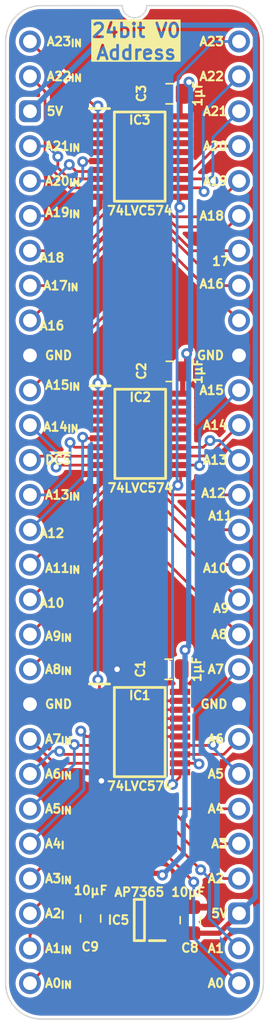
<source format=kicad_pcb>
(kicad_pcb (version 20221018) (generator pcbnew)
  (title_block (title "Address Buffer 24bit") (date "2024-02-01") (rev "V0"))
  (layers (0 "F.Cu" signal) (31 "B.Cu" signal) (34 "B.Paste" user) (35 "F.Paste" user) (36 "B.SilkS" user "B.Silkscreen") (37 "F.SilkS" user "F.Silkscreen") (38 "B.Mask" user) (39 "F.Mask" user) (44 "Edge.Cuts" user))
  (net 0 "")
  (net 1 "/5V")
  (net 2 "/GND")
  (net 3 "/3.3V")
  (net 5 "/~{OE}")
  (net 6 "/C0")
  (net 7 "/C1")
  (net 8 "/C2")
  (net 9 "/C3")
  (net 10 "/C4")
  (net 11 "/C5")
  (net 12 "/C6")
  (net 13 "/C7")
  (net 14 "/CLK")
  (net 15 "/VA7")
  (net 16 "/VA6")
  (net 17 "/VA5")
  (net 18 "/VA4")
  (net 19 "/VA3")
  (net 20 "/VA2")
  (net 21 "/VA1")
  (net 22 "/VA0")
  (net 23 "/C8")
  (net 24 "/C9")
  (net 25 "/C10")
  (net 26 "/C11")
  (net 27 "/C12")
  (net 28 "/C13")
  (net 29 "/C14")
  (net 30 "/C15")
  (net 31 "/VA15")
  (net 32 "/VA14")
  (net 33 "/VA13")
  (net 34 "/VA12")
  (net 35 "/VA11")
  (net 36 "/VA10")
  (net 37 "/VA9")
  (net 38 "/VA8")
  (net 39 "/C16")
  (net 40 "/C17")
  (net 41 "/C18")
  (net 42 "/C19")
  (net 43 "/C20")
  (net 44 "/VA20")
  (net 45 "/VA19")
  (net 46 "/VA18")
  (net 47 "/VA17")
  (net 48 "/VA16")
  (net 49 "/C23")
  (net 50 "/C22")
  (net 51 "/C21")
  (net 52 "/VA21")
  (net 53 "/VA22")
  (net 54 "/VA23")
  (footprint "SamacSys_Parts:SOP65P640X110-20N" (layer "F.Cu") (at 96.901 108.712)
    (fp_text reference "IC1")
    (fp_text value "74LVC574APW,118" hide)
  )
  (footprint "SamacSys_Parts:C_0805" (layer "F.Cu") (at 99.096 62.23 90)
    (fp_text reference "C3")
    (fp_text value "1μF")
  )
  (footprint "SamacSys_Parts:C_0805" (layer "F.Cu") (at 99.1048 82.4444 90)
    (fp_text reference "C2")
    (fp_text value "1μF")
  )
  (footprint "SamacSys_Parts:SOP65P640X110-20N" (layer "F.Cu") (at 96.94 86.995)
    (fp_text reference "IC2")
    (fp_text value "74LVC574APW,118" hide)
  )
  (footprint "SamacSys_Parts:C_0805" (layer "F.Cu") (at 99.021 104.14 90)
    (fp_text reference "C1")
    (fp_text value "1μF")
  )
  (footprint "SamacSys_Parts:C_0805" (layer "F.Cu") (at 93.3196 122.2756 180)
    (fp_text reference "C9")
    (fp_text value "10µF")
  )
  (footprint "SamacSys_Parts:C_0805" (layer "F.Cu") (at 100.584 122.428)
    (fp_text reference "C8")
    (fp_text value "10µF")
  )
  (footprint "SamacSys_Parts:SOP65P640X110-20N" (layer "F.Cu") (at 96.901 66.802)
    (fp_text reference "IC3")
    (fp_text value "74LVC574APW,118" hide)
  )
  (footprint "SamacSys_Parts:DIP-56_Board_W15.24mm" (layer "F.Cu") (at 88.9 58.42)
    (fp_text reference "J2" hide)
    (fp_text value "Conn_02x28_Counter_Clockwise" hide)
    (fp_line (start -1.778 68.58) (end -1.778 0) (stroke (width 0.1)) (layer "Edge.Cuts"))
    (fp_line (start 6.731 -2.6162) (end 0.835732 -2.613732) (stroke (width 0.1)) (layer "Edge.Cuts"))
    (fp_line (start 14.404267 -2.613733) (end 8.509 -2.6162) (stroke (width 0.1)) (layer "Edge.Cuts"))
    (fp_line (start 14.404268 71.193732) (end 0.835733 71.193733) (stroke (width 0.1)) (layer "Edge.Cuts"))
    (fp_line (start 17.018 68.58) (end 17.017999 -0.000001) (stroke (width 0.1)) (layer "Edge.Cuts"))
    (fp_arc (start -1.778 0) (mid -1.012456 -1.848188) (end 0.835732 -2.613732) (stroke (width 0.1)) (layer "Edge.Cuts"))
    (fp_arc (start 0.835733 71.193733) (mid -1.012457 70.42819) (end -1.778 68.58) (stroke (width 0.1)) (layer "Edge.Cuts"))
    (fp_arc (start 8.509 -2.6162) (mid 7.62 -1.7272) (end 6.731 -2.6162) (stroke (width 0.1)) (layer "Edge.Cuts"))
    (fp_arc (start 14.404267 -2.613733) (mid 16.25245 -1.848186) (end 17.017999 -0.000001) (stroke (width 0.1)) (layer "Edge.Cuts"))
    (fp_arc (start 17.018 68.58) (mid 16.252456 70.428187) (end 14.404268 71.193732) (stroke (width 0.1)) (layer "Edge.Cuts"))
  )
  (footprint "SamacSys_Parts:SOT95P285X130-5N" (layer "F.Cu") (at 96.8756 122.4026 180)
    (fp_text reference "IC5")
    (fp_text value "AP7365-33WG-7" hide)
  )
  (gr_text "GND" (at 89.916 106.68) (layer "F.SilkS") (effects (font (size 0.635 0.635)) (justify left)))
  (gr_text "A14_{IN}" (at 89.789 86.487) (layer "F.SilkS") (effects (font (size 0.635 0.635)) (justify left)))
  (gr_text "GND" (at 103.124 81.28) (layer "F.SilkS") (effects (font (size 0.635 0.635)) (justify right)))
  (gr_text "A21" (at 103.378 63.5) (layer "F.SilkS") (effects (font (size 0.635 0.635)) (justify right)))
  (gr_text "A11" (at 103.759 92.964) (layer "F.SilkS") (effects (font (size 0.635 0.635)) (justify right)))
  (gr_text "5V" (at 90.043 63.5) (layer "F.SilkS") (effects (font (size 0.635 0.635)) (justify left)))
  (gr_text "A8" (at 103.378 101.6) (layer "F.SilkS") (effects (font (size 0.635 0.635)) (justify right)))
  (gr_text "A17_{IN}" (at 89.789 76.2) (layer "F.SilkS") (effects (font (size 0.635 0.635)) (justify left)))
  (gr_text "A19" (at 103.378 68.58) (layer "F.SilkS") (effects (font (size 0.635 0.635)) (justify right)))
  (gr_text "A10" (at 103.378 96.774) (layer "F.SilkS") (effects (font (size 0.635 0.635)) (justify right)))
  (gr_text "A22" (at 103.124 60.96) (layer "F.SilkS") (effects (font (size 0.635 0.635)) (justify right)))
  (gr_text "A3" (at 103.378 116.84) (layer "F.SilkS") (effects (font (size 0.635 0.635)) (justify right)))
  (gr_text "A4_{I}" (at 89.916 116.84) (layer "F.SilkS") (effects (font (size 0.635 0.635)) (justify left)))
  (gr_text "A5" (at 103.124 111.76) (layer "F.SilkS") (effects (font (size 0.635 0.635)) (justify right)))
  (gr_text "A9" (at 103.505 99.695) (layer "F.SilkS") (effects (font (size 0.635 0.635)) (justify right)))
  (gr_text "A6_{IN}" (at 89.916 111.76) (layer "F.SilkS") (effects (font (size 0.635 0.635)) (justify left)))
  (gr_text "A13_{IN}" (at 89.916 91.44) (layer "F.SilkS") (effects (font (size 0.635 0.635)) (justify left)))
  (gr_text "A14" (at 103.378 86.36) (layer "F.SilkS") (effects (font (size 0.635 0.635)) (justify right)))
  (gr_text "A10" (at 89.535 99.314) (layer "F.SilkS") (effects (font (size 0.635 0.635)) (justify left)))
  (gr_text "A23" (at 103.124 58.42) (layer "F.SilkS") (effects (font (size 0.635 0.635)) (justify right)))
  (gr_text "A20" (at 103.378 66.04) (layer "F.SilkS") (effects (font (size 0.635 0.635)) (justify right)))
  (gr_text "A22_{IN}" (at 90.043 60.96) (layer "F.SilkS") (effects (font (size 0.635 0.635)) (justify left)))
  (gr_text "A11_{IN}" (at 89.916 96.774) (layer "F.SilkS") (effects (font (size 0.635 0.635)) (justify left)))
  (gr_text "A16" (at 103.124 76.073) (layer "F.SilkS") (effects (font (size 0.635 0.635)) (justify right)))
  (gr_text "A4" (at 103.124 114.3) (layer "F.SilkS") (effects (font (size 0.635 0.635)) (justify right)))
  (gr_text "A2" (at 103.124 119.38) (layer "F.SilkS") (effects (font (size 0.635 0.635)) (justify right)))
  (gr_text "A5_{IN}" (at 89.916 114.3) (layer "F.SilkS") (effects (font (size 0.635 0.635)) (justify left)))
  (gr_text "A15" (at 103.124 83.82) (layer "F.SilkS") (effects (font (size 0.635 0.635)) (justify right)))
  (gr_text "A18" (at 89.535 74.168) (layer "F.SilkS") (effects (font (size 0.635 0.635)) (justify left)))
  (gr_text "A1" (at 103.124 124.46) (layer "F.SilkS") (effects (font (size 0.635 0.635)) (justify right)))
  (gr_text "A7_{IN}" (at 89.916 109.22) (layer "F.SilkS") (effects (font (size 0.635 0.635)) (justify left)))
  (gr_text "A1_{IN}" (at 89.916 124.46) (layer "F.SilkS") (effects (font (size 0.635 0.635)) (justify left)))
  (gr_text "A8_{IN}" (at 89.916 104.14) (layer "F.SilkS") (effects (font (size 0.635 0.635)) (justify left)))
  (gr_text "A16" (at 89.535 79.121) (layer "F.SilkS") (effects (font (size 0.635 0.635)) (justify left)))
  (gr_text "A13" (at 103.378 88.9) (layer "F.SilkS") (effects (font (size 0.635 0.635)) (justify right)))
  (gr_text "A12" (at 103.251 91.313) (layer "F.SilkS") (effects (font (size 0.635 0.635)) (justify right)))
  (gr_text "5V" (at 103.378 121.92) (layer "F.SilkS") (effects (font (size 0.635 0.635)) (justify right)))
  (gr_text "D~{CS}" (at 89.916 88.9) (layer "F.SilkS") (effects (font (size 0.635 0.635)) (justify left)))
  (gr_text "17" (at 103.505 74.422) (layer "F.SilkS") (effects (font (size 0.635 0.635)) (justify right)))
  (gr_text "A19_{IN}" (at 89.916 70.866) (layer "F.SilkS") (effects (font (size 0.635 0.635)) (justify left)))
  (gr_text "A20_{IN}" (at 89.916 68.58) (layer "F.SilkS") (effects (font (size 0.635 0.635)) (justify left)))
  (gr_text "A18" (at 103.124 71.12) (layer "F.SilkS") (effects (font (size 0.635 0.635)) (justify right)))
  (gr_text "GND" (at 89.916 81.28) (layer "F.SilkS") (effects (font (size 0.635 0.635)) (justify left)))
  (gr_text "A12" (at 89.535 94.234) (layer "F.SilkS") (effects (font (size 0.635 0.635)) (justify left)))
  (gr_text "A0_{IN}" (at 89.916 127) (layer "F.SilkS") (effects (font (size 0.635 0.635)) (justify left)))
  (gr_text "A2_{I}" (at 89.916 121.92) (layer "F.SilkS") (effects (font (size 0.635 0.635)) (justify left)))
  (gr_text "24bit V0\nAddress" (at 96.647 59.817) (layer "F.SilkS" knockout) (effects (font (size 1 1) (thickness 0.2) bold) (justify bottom)))
  (gr_text "A3_{IN}" (at 89.916 119.38) (layer "F.SilkS") (effects (font (size 0.635 0.635)) (justify left)))
  (gr_text "A15_{IN}" (at 89.916 83.439) (layer "F.SilkS") (effects (font (size 0.635 0.635)) (justify left)))
  (gr_text "A9_{IN}" (at 89.916 101.727) (layer "F.SilkS") (effects (font (size 0.635 0.635)) (justify left)))
  (gr_text "A23_{IN}" (at 90.043 58.42) (layer "F.SilkS") (effects (font (size 0.635 0.635)) (justify left)))
  (gr_text "A7" (at 103.124 104.14) (layer "F.SilkS") (effects (font (size 0.635 0.635)) (justify right)))
  (gr_text "A21_{IN}" (at 89.916 66.04) (layer "F.SilkS") (effects (font (size 0.635 0.635)) (justify left)))
  (gr_text "GND" (at 103.378 106.68) (layer "F.SilkS") (effects (font (size 0.635 0.635)) (justify right)))
  (gr_text "A6" (at 103.124 109.22) (layer "F.SilkS") (effects (font (size 0.635 0.635)) (justify right)))
  (gr_text "A0" (at 103.124 127) (layer "F.SilkS") (effects (font (size 0.635 0.635)) (justify right)))
  (segment (start 99.1406 121.4626) (end 99.1406 122.555) (width 0.38) (layer "F.Cu") (net 1))
  (segment (start 99.1306 123.3526) (end 98.1756 123.3526) (width 0.38) (layer "F.Cu") (net 1))
  (segment (start 99.1406 123.3426) (end 99.1306 123.3526) (width 0.38) (layer "F.Cu") (net 1))
  (segment (start 100.584 123.362) (end 102.698 123.362) (width 0.38) (layer "F.Cu") (net 1))
  (segment (start 99.1406 122.555) (end 99.777 122.555) (width 0.38) (layer "F.Cu") (net 1))
  (segment (start 98.1756 121.4526) (end 99.1306 121.4526) (width 0.38) (layer "F.Cu") (net 1))
  (segment (start 99.1306 121.4526) (end 99.1406 121.4626) (width 0.38) (layer "F.Cu") (net 1))
  (segment (start 102.698 123.362) (end 104.14 121.92) (width 0.38) (layer "F.Cu") (net 1))
  (segment (start 99.777 122.555) (end 100.584 123.362) (width 0.38) (layer "F.Cu") (net 1))
  (segment (start 99.1406 122.555) (end 99.1406 123.3426) (width 0.38) (layer "F.Cu") (net 1))
  (segment (start 104.728 57.23) (end 95.17 57.23) (width 0.38) (layer "B.Cu") (net 1))
  (segment (start 105.33 57.832) (end 104.728 57.23) (width 0.38) (layer "B.Cu") (net 1))
  (segment (start 105.33 120.73) (end 105.33 57.832) (width 0.38) (layer "B.Cu") (net 1))
  (segment (start 104.14 121.92) (end 105.33 120.73) (width 0.38) (layer "B.Cu") (net 1))
  (segment (start 95.17 57.23) (end 88.9 63.5) (width 0.38) (layer "B.Cu") (net 1))
  (segment (start 97.236 122.4026) (end 97.2106 122.428) (width 0.38) (layer "F.Cu") (net 2))
  (segment (start 99.8846 120.7626) (end 97.2106 120.7626) (width 0.38) (layer "F.Cu") (net 2))
  (segment (start 94.157 124.079) (end 93.3196 123.2416) (width 0.38) (layer "F.Cu") (net 2))
  (segment (start 93.963 111.637) (end 93.963 112.123998) (width 0.38) (layer "F.Cu") (net 2))
  (segment (start 97.2106 120.7626) (end 97.2106 122.428) (width 0.38) (layer "F.Cu") (net 2))
  (segment (start 93.963 112.123998) (end 94.107002 112.268) (width 0.38) (layer "F.Cu") (net 2))
  (segment (start 97.2106 122.428) (end 97.2106 123.3726) (width 0.38) (layer "F.Cu") (net 2))
  (segment (start 100.584 121.462) (end 99.8846 120.7626) (width 0.38) (layer "F.Cu") (net 2))
  (segment (start 98.055 104.14) (end 95.25 104.14) (width 0.38) (layer "F.Cu") (net 2))
  (segment (start 96.5042 124.079) (end 94.157 124.079) (width 0.38) (layer "F.Cu") (net 2))
  (segment (start 98.1756 122.4026) (end 97.236 122.4026) (width 0.38) (layer "F.Cu") (net 2))
  (segment (start 97.2106 123.3726) (end 96.5042 124.079) (width 0.38) (layer "F.Cu") (net 2))
  (via (at 95.25 104.14) (size 0.8) (drill 0.4) (layers "F.Cu" "B.Cu") (net 2))
  (via (at 94.107002 112.268) (size 0.8) (drill 0.4) (layers "F.Cu" "B.Cu") (net 2))
  (segment (start 95.25 104.14) (end 95.25 111.125002) (width 0.38) (layer "B.Cu") (net 2))
  (segment (start 95.25 111.125002) (end 94.107002 112.268) (width 0.38) (layer "B.Cu") (net 2))
  (segment (start 99.955 105.671) (end 99.839 105.787) (width 0.38) (layer "F.Cu") (net 3))
  (segment (start 99.839 63.877) (end 99.839 62.421) (width 0.38) (layer "F.Cu") (net 3))
  (segment (start 100.03 62.23) (end 100.491518 61.768482) (width 0.38) (layer "F.Cu") (net 3))
  (segment (start 98.425 118.999) (end 98.552 119.126) (width 0.38) (layer "F.Cu") (net 3))
  (segment (start 93.5646 121.3416) (end 95.5756 123.3526) (width 0.38) (layer "F.Cu") (net 3))
  (segment (start 100.491518 61.768482) (end 100.491518 61.375518) (width 0.38) (layer "F.Cu") (net 3))
  (segment (start 100.203 102.743) (end 100.203 103.892) (width 0.38) (layer "F.Cu") (net 3))
  (segment (start 100.322006 82.161194) (end 100.322006 81.153) (width 0.38) (layer "F.Cu") (net 3))
  (segment (start 99.878 84.07) (end 100.0388 83.9092) (width 0.38) (layer "F.Cu") (net 3))
  (segment (start 99.955 104.14) (end 99.955 105.671) (width 0.38) (layer "F.Cu") (net 3))
  (segment (start 100.0388 83.9092) (end 100.0388 82.4444) (width 0.38) (layer "F.Cu") (net 3))
  (segment (start 93.4154 121.3416) (end 95.758 118.999) (width 0.38) (layer "F.Cu") (net 3))
  (segment (start 95.758 118.999) (end 98.425 118.999) (width 0.38) (layer "F.Cu") (net 3))
  (via (at 100.203 102.743) (size 0.8) (drill 0.4) (layers "F.Cu" "B.Cu") (net 3))
  (via (at 100.322006 81.153) (size 0.8) (drill 0.4) (layers "F.Cu" "B.Cu") (net 3))
  (via (at 98.552 119.126) (size 0.8) (drill 0.4) (layers "F.Cu" "B.Cu") (net 3))
  (via (at 100.491518 61.375518) (size 0.8) (drill 0.4) (layers "F.Cu" "B.Cu") (net 3))
  (segment (start 100.612 80.863006) (end 100.322006 81.153) (width 0.38) (layer "B.Cu") (net 3))
  (segment (start 98.552 119.126) (end 100.076 117.602) (width 0.38) (layer "B.Cu") (net 3))
  (segment (start 100.203 102.743) (end 100.47001 102.47599) (width 0.38) (layer "B.Cu") (net 3))
  (segment (start 100.47001 81.301004) (end 100.322006 81.153) (width 0.38) (layer "B.Cu") (net 3))
  (segment (start 100.203 114.808) (end 100.203 102.743) (width 0.38) (layer "B.Cu") (net 3))
  (segment (start 100.076 114.935) (end 100.203 114.808) (width 0.38) (layer "B.Cu") (net 3))
  (segment (start 100.47001 102.47599) (end 100.47001 81.301004) (width 0.38) (layer "B.Cu") (net 3))
  (segment (start 100.076 117.602) (end 100.076 114.935) (width 0.38) (layer "B.Cu") (net 3))
  (segment (start 100.612 61.496) (end 100.612 80.863006) (width 0.38) (layer "B.Cu") (net 3))
  (segment (start 100.491518 61.375518) (end 100.612 61.496) (width 0.38) (layer "B.Cu") (net 3))
  (segment (start 93.853 63.119) (end 93.853 63.767) (width 0.2) (layer "F.Cu") (net 5))
  (segment (start 93.963 105.012) (end 93.853 104.902) (width 0.2) (layer "F.Cu") (net 5))
  (segment (start 93.853 83.312) (end 93.853 83.921) (width 0.2) (layer "F.Cu") (net 5))
  (segment (start 93.963 105.787) (end 93.963 105.012) (width 0.2) (layer "F.Cu") (net 5))
  (segment (start 93.853 63.119) (end 93.599 63.119) (width 0.2) (layer "F.Cu") (net 5))
  (segment (start 93.853 83.921) (end 94.002 84.07) (width 0.2) (layer "F.Cu") (net 5))
  (segment (start 93.599 63.119) (end 88.9 58.42) (width 0.2) (layer "F.Cu") (net 5))
  (via (at 93.853 63.119) (size 0.8) (drill 0.4) (layers "F.Cu" "B.Cu") (net 5))
  (via (at 93.853 104.902) (size 0.8) (drill 0.4) (layers "F.Cu" "B.Cu") (net 5))
  (via (at 93.853 83.312) (size 0.8) (drill 0.4) (layers "F.Cu" "B.Cu") (net 5))
  (segment (start 93.853 83.312) (end 93.853 63.119) (width 0.2) (layer "B.Cu") (net 5))
  (segment (start 93.853 104.902) (end 93.853 83.312) (width 0.2) (layer "B.Cu") (net 5))
  (segment (start 94.9005 106.437) (end 96.266 107.8025) (width 0.2) (layer "F.Cu") (net 6))
  (segment (start 96.266 116.84) (end 90 123.106) (width 0.2) (layer "F.Cu") (net 6))
  (segment (start 90 125.9) (end 88.9 127) (width 0.2) (layer "F.Cu") (net 6))
  (segment (start 96.266 107.8025) (end 96.266 116.84) (width 0.2) (layer "F.Cu") (net 6))
  (segment (start 90 123.106) (end 90 125.9) (width 0.2) (layer "F.Cu") (net 6))
  (segment (start 93.963 106.437) (end 94.9005 106.437) (width 0.2) (layer "F.Cu") (net 6))
  (segment (start 88.9 124.46) (end 88.9 123.475635) (width 0.2) (layer "F.Cu") (net 7))
  (segment (start 88.9 123.475635) (end 95.866 116.509635) (width 0.2) (layer "F.Cu") (net 7))
  (segment (start 95.866 108.136814) (end 95.0005 107.271314) (width 0.2) (layer "F.Cu") (net 7))
  (segment (start 95.0005 107.271314) (end 95.0005 107.187) (width 0.2) (layer "F.Cu") (net 7))
  (segment (start 94.9005 107.087) (end 93.963 107.087) (width 0.2) (layer "F.Cu") (net 7))
  (segment (start 95.866 116.509635) (end 95.866 108.136814) (width 0.2) (layer "F.Cu") (net 7))
  (segment (start 95.0005 107.187) (end 94.9005 107.087) (width 0.2) (layer "F.Cu") (net 7))
  (segment (start 95.466 108.3025) (end 95.466 115.354) (width 0.2) (layer "F.Cu") (net 8))
  (segment (start 93.963 107.737) (end 94.9005 107.737) (width 0.2) (layer "F.Cu") (net 8))
  (segment (start 94.9005 107.737) (end 95.466 108.3025) (width 0.2) (layer "F.Cu") (net 8))
  (segment (start 95.466 115.354) (end 88.9 121.92) (width 0.2) (layer "F.Cu") (net 8))
  (segment (start 94.9005 108.387) (end 95.0005 108.487) (width 0.2) (layer "F.Cu") (net 9))
  (segment (start 93.963 108.387) (end 94.9005 108.387) (width 0.2) (layer "F.Cu") (net 9))
  (segment (start 95.0005 108.487) (end 95.0005 113.2795) (width 0.2) (layer "F.Cu") (net 9))
  (segment (start 95.0005 113.2795) (end 88.9 119.38) (width 0.2) (layer "F.Cu") (net 9))
  (segment (start 93.001249 109.037) (end 92.603722 108.639473) (width 0.2) (layer "F.Cu") (net 10))
  (segment (start 93.963 109.037) (end 93.001249 109.037) (width 0.2) (layer "F.Cu") (net 10))
  (via (at 92.603722 108.639473) (size 0.8) (drill 0.4) (layers "F.Cu" "B.Cu") (net 10))
  (segment (start 88.9 116.84) (end 92.829 112.911) (width 0.2) (layer "B.Cu") (net 10))
  (segment (start 92.829 112.911) (end 92.829 108.864751) (width 0.2) (layer "B.Cu") (net 10))
  (segment (start 92.829 108.864751) (end 92.603722 108.639473) (width 0.2) (layer "B.Cu") (net 10))
  (segment (start 93.963 109.687) (end 92.189784 109.687) (width 0.2) (layer "F.Cu") (net 11))
  (segment (start 92.189784 109.687) (end 92.129008 109.626224) (width 0.2) (layer "F.Cu") (net 11))
  (via (at 92.129008 109.626224) (size 0.8) (drill 0.4) (layers "F.Cu" "B.Cu") (net 11))
  (segment (start 92.129008 111.070992) (end 92.129008 109.626224) (width 0.2) (layer "B.Cu") (net 11))
  (segment (start 88.9 114.3) (end 92.129008 111.070992) (width 0.2) (layer "B.Cu") (net 11))
  (segment (start 91.287 110.337) (end 91.059 110.109) (width 0.2) (layer "F.Cu") (net 12))
  (segment (start 93.963 110.337) (end 91.287 110.337) (width 0.2) (layer "F.Cu") (net 12))
  (via (at 91.059 110.109) (size 0.8) (drill 0.4) (layers "F.Cu" "B.Cu") (net 12))
  (segment (start 88.9 111.76) (end 90.551 110.109) (width 0.2) (layer "B.Cu") (net 12))
  (segment (start 90.551 110.109) (end 91.059 110.109) (width 0.2) (layer "B.Cu") (net 12))
  (segment (start 93.963 110.987) (end 90.667 110.987) (width 0.2) (layer "F.Cu") (net 13))
  (segment (start 90.667 110.987) (end 88.9 109.22) (width 0.2) (layer "F.Cu") (net 13))
  (segment (start 99.839 70.468) (end 99.822 70.485) (width 0.2) (layer "F.Cu") (net 14))
  (segment (start 99.878 89.92) (end 99.878 90.54201) (width 0.2) (layer "F.Cu") (net 14))
  (segment (start 99.839 111.637) (end 99.839 111.976873) (width 0.2) (layer "F.Cu") (net 14))
  (segment (start 99.878 90.54201) (end 99.68001 90.74) (width 0.2) (layer "F.Cu") (net 14))
  (segment (start 99.839 111.976873) (end 99.296748 112.519125) (width 0.2) (layer "F.Cu") (net 14))
  (segment (start 99.839 69.727) (end 99.839 70.468) (width 0.2) (layer "F.Cu") (net 14))
  (via (at 99.296748 112.519125) (size 0.8) (drill 0.4) (layers "F.Cu" "B.Cu") (net 14))
  (via (at 99.68001 90.74) (size 0.8) (drill 0.4) (layers "F.Cu" "B.Cu") (net 14))
  (via (at 99.822 70.485) (size 0.8) (drill 0.4) (layers "F.Cu" "B.Cu") (net 14))
  (segment (start 99.296748 91.123262) (end 99.68001 90.74) (width 0.2) (layer "B.Cu") (net 14))
  (segment (start 99.822 70.485) (end 99.622006 70.684994) (width 0.2) (layer "B.Cu") (net 14))
  (segment (start 102.282543 58.42) (end 99.694992 61.007551) (width 0.2) (layer "B.Cu") (net 14))
  (segment (start 99.694992 70.357992) (end 99.822 70.485) (width 0.2) (layer "B.Cu") (net 14))
  (segment (start 99.694992 61.007551) (end 99.694992 70.357992) (width 0.2) (layer "B.Cu") (net 14))
  (segment (start 99.622006 70.684994) (end 99.622006 90.681996) (width 0.2) (layer "B.Cu") (net 14))
  (segment (start 99.622006 90.681996) (end 99.68001 90.74) (width 0.2) (layer "B.Cu") (net 14))
  (segment (start 99.296748 112.519125) (end 99.296748 91.123262) (width 0.2) (layer "B.Cu") (net 14))
  (segment (start 104.14 58.42) (end 102.282543 58.42) (width 0.2) (layer "B.Cu") (net 14))
  (segment (start 101.168998 110.987) (end 101.219 111.037002) (width 0.2) (layer "F.Cu") (net 15))
  (segment (start 99.839 110.987) (end 101.168998 110.987) (width 0.2) (layer "F.Cu") (net 15))
  (via (at 101.219 111.037002) (size 0.8) (drill 0.4) (layers "F.Cu" "B.Cu") (net 15))
  (segment (start 100.838 110.656002) (end 101.219 111.037002) (width 0.2) (layer "B.Cu") (net 15))
  (segment (start 104.14 104.14) (end 100.838 107.442) (width 0.2) (layer "B.Cu") (net 15))
  (segment (start 100.838 107.442) (end 100.838 110.656002) (width 0.2) (layer "B.Cu") (net 15))
  (segment (start 99.839 110.337) (end 103.023 110.337) (width 0.2) (layer "F.Cu") (net 16))
  (segment (start 103.023 110.337) (end 104.14 109.22) (width 0.2) (layer "F.Cu") (net 16))
  (segment (start 102.202589 109.687) (end 102.252589 109.637) (width 0.2) (layer "F.Cu") (net 17))
  (segment (start 99.839 109.687) (end 102.202589 109.687) (width 0.2) (layer "F.Cu") (net 17))
  (via (at 102.252589 109.637) (size 0.8) (drill 0.4) (layers "F.Cu" "B.Cu") (net 17))
  (segment (start 102.252589 109.872589) (end 102.252589 109.637) (width 0.2) (layer "B.Cu") (net 17))
  (segment (start 104.14 111.76) (end 102.252589 109.872589) (width 0.2) (layer "B.Cu") (net 17))
  (segment (start 98.9015 109.037) (end 98.552 109.3865) (width 0.2) (layer "F.Cu") (net 18))
  (segment (start 99.839 109.037) (end 98.9015 109.037) (width 0.2) (layer "F.Cu") (net 18))
  (segment (start 98.552 113.157) (end 99.695 114.3) (width 0.2) (layer "F.Cu") (net 18))
  (segment (start 99.695 114.3) (end 104.14 114.3) (width 0.2) (layer "F.Cu") (net 18))
  (segment (start 98.552 109.3865) (end 98.552 113.157) (width 0.2) (layer "F.Cu") (net 18))
  (segment (start 101.669315 116.84) (end 104.14 116.84) (width 0.2) (layer "F.Cu") (net 19))
  (segment (start 98.152 113.322686) (end 101.669315 116.84) (width 0.2) (layer "F.Cu") (net 19))
  (segment (start 98.9015 108.387) (end 98.152 109.1365) (width 0.2) (layer "F.Cu") (net 19))
  (segment (start 99.839 108.387) (end 98.9015 108.387) (width 0.2) (layer "F.Cu") (net 19))
  (segment (start 98.152 109.1365) (end 98.152 113.322686) (width 0.2) (layer "F.Cu") (net 19))
  (segment (start 99.839 107.737) (end 98.9015 107.737) (width 0.2) (layer "F.Cu") (net 20))
  (segment (start 97.752 108.8865) (end 97.752 114.12337) (width 0.2) (layer "F.Cu") (net 20))
  (segment (start 98.9015 107.737) (end 97.752 108.8865) (width 0.2) (layer "F.Cu") (net 20))
  (segment (start 97.752 114.12337) (end 103.00863 119.38) (width 0.2) (layer "F.Cu") (net 20))
  (segment (start 103.00863 119.38) (end 104.14 119.38) (width 0.2) (layer "F.Cu") (net 20))
  (segment (start 98.9015 107.087) (end 99.839 107.087) (width 0.2) (layer "F.Cu") (net 21))
  (segment (start 97.301 114.7) (end 97.301 108.6875) (width 0.2) (layer "F.Cu") (net 21))
  (segment (start 97.301 108.6875) (end 98.9015 107.087) (width 0.2) (layer "F.Cu") (net 21))
  (segment (start 101.346 118.745) (end 97.301 114.7) (width 0.2) (layer "F.Cu") (net 21))
  (via (at 101.346 118.745) (size 0.8) (drill 0.4) (layers "F.Cu" "B.Cu") (net 21))
  (segment (start 101.981 119.38) (end 101.346 118.745) (width 0.2) (layer "B.Cu") (net 21))
  (segment (start 104.14 124.46) (end 101.981 122.301) (width 0.2) (layer "B.Cu") (net 21))
  (segment (start 101.981 122.301) (end 101.981 119.38) (width 0.2) (layer "B.Cu") (net 21))
  (segment (start 98.9015 106.437) (end 96.901 108.4375) (width 0.2) (layer "F.Cu") (net 22))
  (segment (start 96.901 115.697) (end 100.838 119.634) (width 0.2) (layer "F.Cu") (net 22))
  (segment (start 99.839 106.437) (end 98.9015 106.437) (width 0.2) (layer "F.Cu") (net 22))
  (segment (start 96.901 108.4375) (end 96.901 115.697) (width 0.2) (layer "F.Cu") (net 22))
  (via (at 100.838 119.634) (size 0.8) (drill 0.4) (layers "F.Cu" "B.Cu") (net 22))
  (segment (start 100.838 123.698) (end 104.14 127) (width 0.2) (layer "B.Cu") (net 22))
  (segment (start 100.838 119.634) (end 100.838 123.698) (width 0.2) (layer "B.Cu") (net 22))
  (segment (start 94.002 84.72) (end 94.9395 84.72) (width 0.2) (layer "F.Cu") (net 23))
  (segment (start 96.304 86.0845) (end 96.304 96.736) (width 0.2) (layer "F.Cu") (net 23))
  (segment (start 94.9395 84.72) (end 96.304 86.0845) (width 0.2) (layer "F.Cu") (net 23))
  (segment (start 96.304 96.736) (end 88.9 104.14) (width 0.2) (layer "F.Cu") (net 23))
  (segment (start 94.9395 85.37) (end 95.65 86.0805) (width 0.2) (layer "F.Cu") (net 24))
  (segment (start 95.904 94.596) (end 88.9 101.6) (width 0.2) (layer "F.Cu") (net 24))
  (segment (start 95.904 86.418815) (end 95.904 94.596) (width 0.2) (layer "F.Cu") (net 24))
  (segment (start 95.65 86.164814) (end 95.904 86.418815) (width 0.2) (layer "F.Cu") (net 24))
  (segment (start 95.65 86.0805) (end 95.65 86.164814) (width 0.2) (layer "F.Cu") (net 24))
  (segment (start 94.002 85.37) (end 94.9395 85.37) (width 0.2) (layer "F.Cu") (net 24))
  (segment (start 94.9395 86.02) (end 95.504 86.5845) (width 0.2) (layer "F.Cu") (net 25))
  (segment (start 94.002 86.02) (end 94.9395 86.02) (width 0.2) (layer "F.Cu") (net 25))
  (segment (start 95.504 92.456) (end 88.9 99.06) (width 0.2) (layer "F.Cu") (net 25))
  (segment (start 95.504 86.5845) (end 95.504 92.456) (width 0.2) (layer "F.Cu") (net 25))
  (segment (start 94.002 86.67) (end 94.9395 86.67) (width 0.2) (layer "F.Cu") (net 26))
  (segment (start 95.0395 90.3805) (end 88.9 96.52) (width 0.2) (layer "F.Cu") (net 26))
  (segment (start 94.9395 86.67) (end 95.0395 86.77) (width 0.2) (layer "F.Cu") (net 26))
  (segment (start 95.0395 86.77) (end 95.0395 90.3805) (width 0.2) (layer "F.Cu") (net 26))
  (segment (start 92.820266 87.32) (end 92.742952 87.242686) (width 0.2) (layer "F.Cu") (net 27))
  (segment (start 94.002 87.32) (end 92.820266 87.32) (width 0.2) (layer "F.Cu") (net 27))
  (via (at 92.742952 87.242686) (size 0.8) (drill 0.4) (layers "F.Cu" "B.Cu") (net 27))
  (segment (start 88.9 93.98) (end 92.742952 90.137048) (width 0.2) (layer "B.Cu") (net 27))
  (segment (start 92.742952 90.137048) (end 92.742952 87.242686) (width 0.2) (layer "B.Cu") (net 27))
  (segment (start 94.002 87.97) (end 92.161 87.97) (width 0.2) (layer "F.Cu") (net 28))
  (segment (start 92.161 87.97) (end 91.821004 87.630004) (width 0.2) (layer "F.Cu") (net 28))
  (via (at 91.821004 87.630004) (size 0.8) (drill 0.4) (layers "F.Cu" "B.Cu") (net 28))
  (segment (start 90.297 91.44) (end 91.821004 89.915996) (width 0.2) (layer "B.Cu") (net 28))
  (segment (start 91.821004 89.915996) (end 91.821004 87.630004) (width 0.2) (layer "B.Cu") (net 28))
  (segment (start 88.9 91.44) (end 90.297 91.44) (width 0.2) (layer "B.Cu") (net 28))
  (segment (start 94.002 88.62) (end 89.18 88.62) (width 0.2) (layer "F.Cu") (net 29))
  (segment (start 90.943 89.27) (end 90.805 89.408) (width 0.2) (layer "F.Cu") (net 30))
  (segment (start 94.002 89.27) (end 90.943 89.27) (width 0.2) (layer "F.Cu") (net 30))
  (via (at 90.805 89.408) (size 0.8) (drill 0.4) (layers "F.Cu" "B.Cu") (net 30))
  (segment (start 90.805 88.265) (end 88.9 86.36) (width 0.2) (layer "B.Cu") (net 30))
  (segment (start 90.805 89.408) (end 90.805 88.265) (width 0.2) (layer "B.Cu") (net 30))
  (segment (start 101.224606 89.27) (end 101.26001 89.305404) (width 0.2) (layer "F.Cu") (net 31))
  (segment (start 99.878 89.27) (end 101.224606 89.27) (width 0.2) (layer "F.Cu") (net 31))
  (via (at 101.26001 89.305404) (size 0.8) (drill 0.4) (layers "F.Cu" "B.Cu") (net 31))
  (segment (start 101.26001 86.69999) (end 101.26001 89.305404) (width 0.2) (layer "B.Cu") (net 31))
  (segment (start 104.14 83.82) (end 101.26001 86.69999) (width 0.2) (layer "B.Cu") (net 31))
  (segment (start 99.892596 88.605404) (end 101.894596 88.605404) (width 0.2) (layer "F.Cu") (net 32))
  (segment (start 101.894596 88.605404) (end 104.14 86.36) (width 0.2) (layer "F.Cu") (net 32))
  (segment (start 101.54005 87.97) (end 102.026525 87.483525) (width 0.2) (layer "F.Cu") (net 33))
  (segment (start 99.878 87.97) (end 101.54005 87.97) (width 0.2) (layer "F.Cu") (net 33))
  (via (at 102.026525 87.483525) (size 0.8) (drill 0.4) (layers "F.Cu" "B.Cu") (net 33))
  (segment (start 102.723525 87.483525) (end 102.026525 87.483525) (width 0.2) (layer "B.Cu") (net 33))
  (segment (start 104.14 88.9) (end 102.723525 87.483525) (width 0.2) (layer "B.Cu") (net 33))
  (segment (start 99.878 87.32) (end 98.9405 87.32) (width 0.2) (layer "F.Cu") (net 34))
  (segment (start 99.187 91.44) (end 104.14 91.44) (width 0.2) (layer "F.Cu") (net 34))
  (segment (start 98.9405 87.32) (end 98.755 87.5055) (width 0.2) (layer "F.Cu") (net 34))
  (segment (start 98.755 87.5055) (end 98.755 91.008) (width 0.2) (layer "F.Cu") (net 34))
  (segment (start 98.755 91.008) (end 99.187 91.44) (width 0.2) (layer "F.Cu") (net 34))
  (segment (start 98.9405 86.67) (end 98.355 87.2555) (width 0.2) (layer "F.Cu") (net 35))
  (segment (start 101.161314 93.98) (end 104.14 93.98) (width 0.2) (layer "F.Cu") (net 35))
  (segment (start 98.355 91.173686) (end 101.161314 93.98) (width 0.2) (layer "F.Cu") (net 35))
  (segment (start 98.355 87.2555) (end 98.355 91.173686) (width 0.2) (layer "F.Cu") (net 35))
  (segment (start 99.878 86.67) (end 98.9405 86.67) (width 0.2) (layer "F.Cu") (net 35))
  (segment (start 98.9405 86.02) (end 97.955 87.0055) (width 0.2) (layer "F.Cu") (net 36))
  (segment (start 99.878 86.02) (end 98.9405 86.02) (width 0.2) (layer "F.Cu") (net 36))
  (segment (start 102.812314 96.52) (end 104.14 96.52) (width 0.2) (layer "F.Cu") (net 36))
  (segment (start 97.955 87.0055) (end 97.955 91.662686) (width 0.2) (layer "F.Cu") (net 36))
  (segment (start 97.955 91.662686) (end 102.812314 96.52) (width 0.2) (layer "F.Cu") (net 36))
  (segment (start 97.555 92.475) (end 104.14 99.06) (width 0.2) (layer "F.Cu") (net 37))
  (segment (start 99.878 85.37) (end 98.9405 85.37) (width 0.2) (layer "F.Cu") (net 37))
  (segment (start 98.9405 85.37) (end 97.555 86.7555) (width 0.2) (layer "F.Cu") (net 37))
  (segment (start 97.555 86.7555) (end 97.555 92.475) (width 0.2) (layer "F.Cu") (net 37))
  (segment (start 98.9405 84.72) (end 97.155 86.5055) (width 0.2) (layer "F.Cu") (net 38))
  (segment (start 99.878 84.72) (end 98.9405 84.72) (width 0.2) (layer "F.Cu") (net 38))
  (segment (start 97.155 86.5055) (end 97.155 94.615) (width 0.2) (layer "F.Cu") (net 38))
  (segment (start 97.155 94.615) (end 104.14 101.6) (width 0.2) (layer "F.Cu") (net 38))
  (segment (start 96.449998 76.270002) (end 88.9 83.82) (width 0.2) (layer "F.Cu") (net 39))
  (segment (start 96.449998 66.076498) (end 96.449998 76.270002) (width 0.2) (layer "F.Cu") (net 39))
  (segment (start 93.963 64.527) (end 94.9005 64.527) (width 0.2) (layer "F.Cu") (net 39))
  (segment (start 94.9005 64.527) (end 96.449998 66.076498) (width 0.2) (layer "F.Cu") (net 39))
  (segment (start 96.049999 71.590001) (end 88.9 78.74) (width 0.2) (layer "F.Cu") (net 40))
  (segment (start 93.963 65.177) (end 94.9005 65.177) (width 0.2) (layer "F.Cu") (net 40))
  (segment (start 94.9005 65.177) (end 96.049999 66.326499) (width 0.2) (layer "F.Cu") (net 40))
  (segment (start 96.049999 66.326499) (end 96.049999 71.590001) (width 0.2) (layer "F.Cu") (net 40))
  (segment (start 95.65 66.5765) (end 95.65 70.58137) (width 0.2) (layer "F.Cu") (net 41))
  (segment (start 90.03137 76.2) (end 88.9 76.2) (width 0.2) (layer "F.Cu") (net 41))
  (segment (start 95.65 70.58137) (end 90.03137 76.2) (width 0.2) (layer "F.Cu") (net 41))
  (segment (start 93.963 65.827) (end 94.9005 65.827) (width 0.2) (layer "F.Cu") (net 41))
  (segment (start 94.9005 65.827) (end 95.65 66.5765) (width 0.2) (layer "F.Cu") (net 41))
  (segment (start 91.5925 73.66) (end 88.9 73.66) (width 0.2) (layer "F.Cu") (net 42))
  (segment (start 95.25 66.8265) (end 95.25 70.0025) (width 0.2) (layer "F.Cu") (net 42))
  (segment (start 94.9005 66.477) (end 95.25 66.8265) (width 0.2) (layer "F.Cu") (net 42))
  (segment (start 93.963 66.477) (end 94.9005 66.477) (width 0.2) (layer "F.Cu") (net 42))
  (segment (start 95.25 70.0025) (end 91.5925 73.66) (width 0.2) (layer "F.Cu") (net 42))
  (segment (start 92.795424 67.127) (end 92.745419 67.177005) (width 0.2) (layer "F.Cu") (net 43))
  (segment (start 93.963 67.127) (end 92.795424 67.127) (width 0.2) (layer "F.Cu") (net 43))
  (via (at 92.745419 67.177005) (size 0.8) (drill 0.4) (layers "F.Cu" "B.Cu") (net 43))
  (segment (start 90.03137 71.12) (end 92.745419 68.405951) (width 0.2) (layer "B.Cu") (net 43))
  (segment (start 92.745419 68.405951) (end 92.745419 67.177005) (width 0.2) (layer "B.Cu") (net 43))
  (segment (start 88.9 71.12) (end 90.03137 71.12) (width 0.2) (layer "B.Cu") (net 43))
  (segment (start 98.628 70.420975) (end 99.392025 71.185) (width 0.2) (layer "F.Cu") (net 44))
  (segment (start 98.628 67.4005) (end 98.628 70.420975) (width 0.2) (layer "F.Cu") (net 44))
  (segment (start 99.392025 71.185) (end 101.535 71.185) (width 0.2) (layer "F.Cu") (net 44))
  (segment (start 98.9015 67.127) (end 98.628 67.4005) (width 0.2) (layer "F.Cu") (net 44))
  (segment (start 101.535 71.185) (end 104.14 68.58) (width 0.2) (layer "F.Cu") (net 44))
  (segment (start 99.839 67.127) (end 98.9015 67.127) (width 0.2) (layer "F.Cu") (net 44))
  (segment (start 103.340001 71.919999) (end 104.14 71.12) (width 0.2) (layer "F.Cu") (net 45))
  (segment (start 99.561339 71.919999) (end 103.340001 71.919999) (width 0.2) (layer "F.Cu") (net 45))
  (segment (start 98.9015 66.477) (end 98.228 67.1505) (width 0.2) (layer "F.Cu") (net 45))
  (segment (start 98.228 70.58666) (end 99.561339 71.919999) (width 0.2) (layer "F.Cu") (net 45))
  (segment (start 99.839 66.477) (end 98.9015 66.477) (width 0.2) (layer "F.Cu") (net 45))
  (segment (start 98.228 67.1505) (end 98.228 70.58666) (width 0.2) (layer "F.Cu") (net 45))
  (segment (start 99.839 65.827) (end 98.9015 65.827) (width 0.2) (layer "F.Cu") (net 46))
  (segment (start 100.735655 73.66) (end 104.14 73.66) (width 0.2) (layer "F.Cu") (net 46))
  (segment (start 97.828 66.9005) (end 97.828 70.752345) (width 0.2) (layer "F.Cu") (net 46))
  (segment (start 98.9015 65.827) (end 97.828 66.9005) (width 0.2) (layer "F.Cu") (net 46))
  (segment (start 97.828 70.752345) (end 100.735655 73.66) (width 0.2) (layer "F.Cu") (net 46))
  (segment (start 97.428 66.6505) (end 97.428 70.91803) (width 0.2) (layer "F.Cu") (net 47))
  (segment (start 99.839 65.177) (end 98.9015 65.177) (width 0.2) (layer "F.Cu") (net 47))
  (segment (start 102.70997 76.2) (end 104.14 76.2) (width 0.2) (layer "F.Cu") (net 47))
  (segment (start 98.9015 65.177) (end 97.428 66.6505) (width 0.2) (layer "F.Cu") (net 47))
  (segment (start 97.428 70.91803) (end 102.70997 76.2) (width 0.2) (layer "F.Cu") (net 47))
  (segment (start 97.028 66.30563) (end 97.028 71.628) (width 0.2) (layer "F.Cu") (net 48))
  (segment (start 99.839 64.527) (end 98.80663 64.527) (width 0.2) (layer "F.Cu") (net 48))
  (segment (start 97.028 71.628) (end 104.14 78.74) (width 0.2) (layer "F.Cu") (net 48))
  (segment (start 98.80663 64.527) (end 97.028 66.30563) (width 0.2) (layer "F.Cu") (net 48))
  (segment (start 90 62.06) (end 88.9 60.96) (width 0.2) (layer "F.Cu") (net 49))
  (segment (start 93.963 69.077) (end 91.836049 69.077) (width 0.2) (layer "F.Cu") (net 49))
  (segment (start 91.836049 69.077) (end 90 67.240951) (width 0.2) (layer "F.Cu") (net 49))
  (segment (start 90 67.240951) (end 90 62.06) (width 0.2) (layer "F.Cu") (net 49))
  (segment (start 93.963 68.427) (end 91.751734 68.427) (width 0.2) (layer "F.Cu") (net 50))
  (segment (start 91.751734 68.427) (end 90.932 67.607266) (width 0.2) (layer "F.Cu") (net 50))
  (segment (start 90.932 67.607266) (end 90.932 66.802) (width 0.2) (layer "F.Cu") (net 50))
  (via (at 90.932 66.802) (size 0.8) (drill 0.4) (layers "F.Cu" "B.Cu") (net 50))
  (segment (start 90.17 66.04) (end 90.932 66.802) (width 0.2) (layer "B.Cu") (net 50))
  (segment (start 88.9 66.04) (end 90.17 66.04) (width 0.2) (layer "B.Cu") (net 50))
  (segment (start 92.273266 67.888327) (end 91.766578 67.381639) (width 0.2) (layer "F.Cu") (net 51))
  (segment (start 93.851673 67.888327) (end 92.273266 67.888327) (width 0.2) (layer "F.Cu") (net 51))
  (via (at 91.766578 67.381639) (size 0.8) (drill 0.4) (layers "F.Cu" "B.Cu") (net 51))
  (segment (start 90.568217 68.58) (end 91.766578 67.381639) (width 0.2) (layer "B.Cu") (net 51))
  (segment (start 88.9 68.58) (end 90.568217 68.58) (width 0.2) (layer "B.Cu") (net 51))
  (segment (start 100.7765 67.777) (end 102.5135 66.04) (width 0.2) (layer "F.Cu") (net 52))
  (segment (start 99.839 67.777) (end 100.7765 67.777) (width 0.2) (layer "F.Cu") (net 52))
  (segment (start 102.5135 66.04) (end 104.14 66.04) (width 0.2) (layer "F.Cu") (net 52))
  (segment (start 99.839 68.427) (end 102.082 68.427) (width 0.2) (layer "F.Cu") (net 53))
  (segment (start 102.082 68.427) (end 102.235 68.58) (width 0.2) (layer "F.Cu") (net 53))
  (via (at 102.235 68.58) (size 0.8) (drill 0.4) (layers "F.Cu" "B.Cu") (net 53))
  (segment (start 104.14 63.5) (end 102.235 65.405) (width 0.2) (layer "B.Cu") (net 53))
  (segment (start 102.235 65.405) (end 102.235 68.58) (width 0.2) (layer "B.Cu") (net 53))
  (segment (start 99.839 69.077) (end 101.323591 69.077) (width 0.2) (layer "F.Cu") (net 54))
  (segment (start 101.323591 69.077) (end 101.594814 69.348223) (width 0.2) (layer "F.Cu") (net 54))
  (via (at 101.594814 69.348223) (size 0.8) (drill 0.4) (layers "F.Cu" "B.Cu") (net 54))
  (segment (start 101.535 69.288409) (end 101.594814 69.348223) (width 0.2) (layer "B.Cu") (net 54))
  (segment (start 104.14 60.96) (end 101.535 63.565) (width 0.2) (layer "B.Cu") (net 54))
  (segment (start 101.535 63.565) (end 101.535 69.288409) (width 0.2) (layer "B.Cu") (net 54))
  (zone (net 2) (net_name "/GND") (layers "F&B.Cu") (connect_pads yes (clearance 0.25)) (min_thickness 0.25) (fill yes (thermal_gap 0.5) (thermal_bridge_width 0.5) (island_removal_mode 2) (island_area_min 10))
    (polygon (pts (xy 102.743 55.3974) (xy 106.3244 55.3974) (xy 106.3244 129.9718) (xy 102.743 129.9718)))
  )
  (zone (net 2) (net_name "/GND") (layers "F&B.Cu") (connect_pads yes (clearance 0.25)) (min_thickness 0.25) (fill yes (thermal_gap 0.5) (thermal_bridge_width 0.5) (island_removal_mode 2) (island_area_min 10))
    (polygon (pts (xy 86.7156 55.3974) (xy 90.297 55.3974) (xy 90.297 129.9718) (xy 86.7156 129.9718)))
  )
  (zone (net 2) (net_name "/GND") (layers "F&B.Cu") (connect_pads (clearance 0.25)) (min_thickness 0.25) (fill yes (thermal_gap 0.5) (thermal_bridge_width 0.5) (island_removal_mode 2) (island_area_min 10))
    (polygon (pts (xy 90.297 55.3974) (xy 102.743 55.3974) (xy 102.743 129.9718) (xy 90.297 129.9718)))
  )
)
</source>
